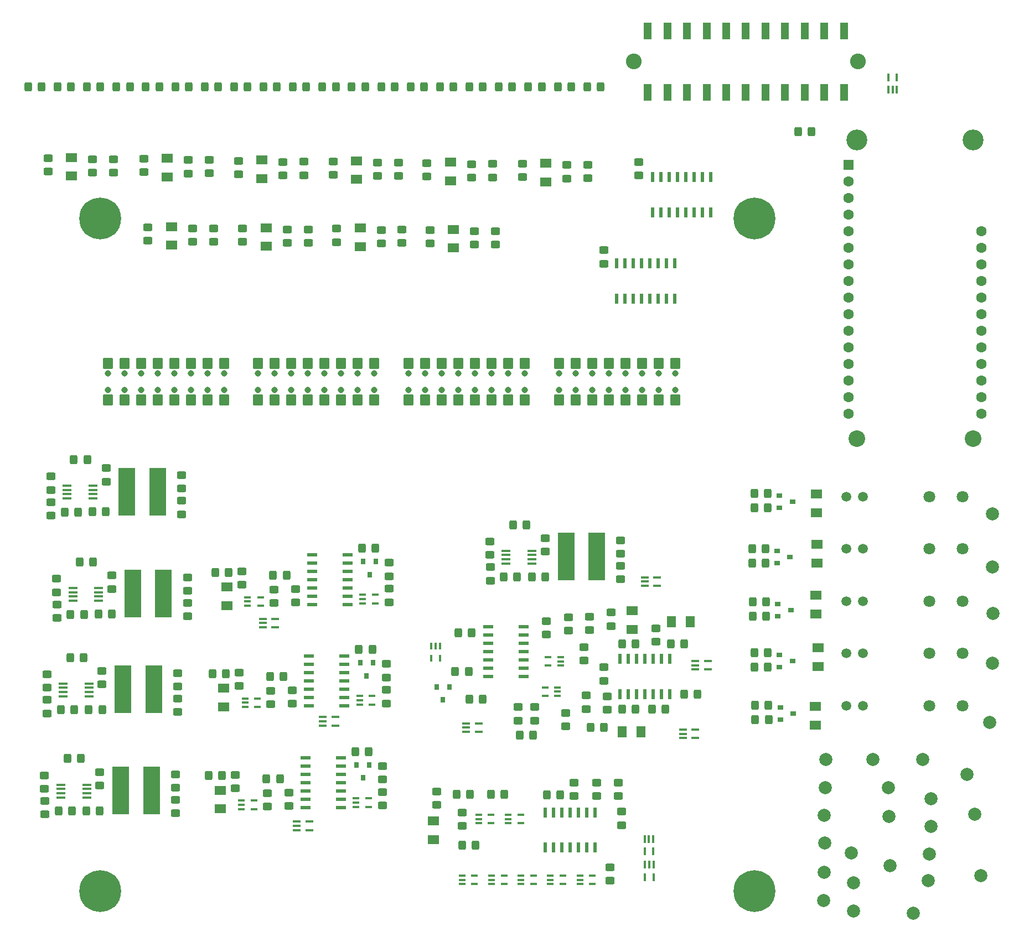
<source format=gts>
G04 #@! TF.GenerationSoftware,KiCad,Pcbnew,8.0.2*
G04 #@! TF.CreationDate,2024-05-16T19:31:03+09:30*
G04 #@! TF.ProjectId,shutdownPCB,73687574-646f-4776-9e50-43422e6b6963,rev?*
G04 #@! TF.SameCoordinates,Original*
G04 #@! TF.FileFunction,Soldermask,Top*
G04 #@! TF.FilePolarity,Negative*
%FSLAX46Y46*%
G04 Gerber Fmt 4.6, Leading zero omitted, Abs format (unit mm)*
G04 Created by KiCad (PCBNEW 8.0.2) date 2024-05-16 19:31:03*
%MOMM*%
%LPD*%
G01*
G04 APERTURE LIST*
G04 Aperture macros list*
%AMRoundRect*
0 Rectangle with rounded corners*
0 $1 Rounding radius*
0 $2 $3 $4 $5 $6 $7 $8 $9 X,Y pos of 4 corners*
0 Add a 4 corners polygon primitive as box body*
4,1,4,$2,$3,$4,$5,$6,$7,$8,$9,$2,$3,0*
0 Add four circle primitives for the rounded corners*
1,1,$1+$1,$2,$3*
1,1,$1+$1,$4,$5*
1,1,$1+$1,$6,$7*
1,1,$1+$1,$8,$9*
0 Add four rect primitives between the rounded corners*
20,1,$1+$1,$2,$3,$4,$5,0*
20,1,$1+$1,$4,$5,$6,$7,0*
20,1,$1+$1,$6,$7,$8,$9,0*
20,1,$1+$1,$8,$9,$2,$3,0*%
G04 Aperture macros list end*
%ADD10RoundRect,0.250000X0.450000X-0.325000X0.450000X0.325000X-0.450000X0.325000X-0.450000X-0.325000X0*%
%ADD11R,2.600000X7.300000*%
%ADD12R,1.050000X0.400000*%
%ADD13R,1.340000X1.800000*%
%ADD14RoundRect,0.249550X0.450450X-0.325450X0.450450X0.325450X-0.450450X0.325450X-0.450450X-0.325450X0*%
%ADD15C,2.000000*%
%ADD16RoundRect,0.250000X-0.450000X0.325000X-0.450000X-0.325000X0.450000X-0.325000X0.450000X0.325000X0*%
%ADD17R,1.800000X1.340000*%
%ADD18R,1.550000X0.600000*%
%ADD19R,1.200000X0.400000*%
%ADD20C,1.500000*%
%ADD21C,1.800000*%
%ADD22RoundRect,0.250000X0.325000X0.450000X-0.325000X0.450000X-0.325000X-0.450000X0.325000X-0.450000X0*%
%ADD23RoundRect,0.250000X-0.325000X-0.450000X0.325000X-0.450000X0.325000X0.450000X-0.325000X0.450000X0*%
%ADD24R,0.900000X0.800000*%
%ADD25R,0.400000X1.200000*%
%ADD26RoundRect,0.249550X-0.450450X0.325450X-0.450450X-0.325450X0.450450X-0.325450X0.450450X0.325450X0*%
%ADD27RoundRect,0.249550X0.325450X0.450450X-0.325450X0.450450X-0.325450X-0.450450X0.325450X-0.450450X0*%
%ADD28C,0.800000*%
%ADD29C,6.400000*%
%ADD30RoundRect,0.249550X-0.325450X-0.450450X0.325450X-0.450450X0.325450X0.450450X-0.325450X0.450450X0*%
%ADD31R,1.000000X0.400000*%
%ADD32C,3.200000*%
%ADD33C,2.540000*%
%ADD34R,1.600000X1.600000*%
%ADD35C,1.600000*%
%ADD36R,0.800000X0.900000*%
%ADD37R,0.600000X1.550000*%
%ADD38R,1.350000X0.450000*%
%ADD39C,0.970000*%
%ADD40RoundRect,0.102000X-0.635000X-0.780000X0.635000X-0.780000X0.635000X0.780000X-0.635000X0.780000X0*%
%ADD41C,2.410000*%
%ADD42R,1.270000X2.540000*%
%ADD43R,0.400000X1.050000*%
G04 APERTURE END LIST*
D10*
X71859800Y-167445800D03*
X71859800Y-165395800D03*
D11*
X149796000Y-162001200D03*
X154496000Y-162001200D03*
D12*
X140941400Y-201526400D03*
X140941400Y-202176400D03*
X140941400Y-202826400D03*
X142841400Y-202826400D03*
X142841400Y-201526400D03*
D11*
X82042000Y-182321200D03*
X86742000Y-182321200D03*
D13*
X165905200Y-171999800D03*
X168765200Y-171999800D03*
D14*
X149707600Y-188010800D03*
D10*
X149707600Y-185960800D03*
D15*
X189230000Y-214630000D03*
D16*
X78817200Y-179518200D03*
X78817200Y-181568200D03*
D15*
X189280800Y-201625200D03*
D16*
X70068400Y-199413800D03*
X70068400Y-201463800D03*
D10*
X90399600Y-181873000D03*
X90399600Y-179823000D03*
D16*
X156486200Y-209584200D03*
X156486200Y-211634200D03*
X152857200Y-183268400D03*
X152857200Y-185318400D03*
X100330000Y-111758600D03*
X100330000Y-113808600D03*
D17*
X188112400Y-155252400D03*
X188112400Y-152392400D03*
D18*
X109923600Y-192836800D03*
X109923600Y-194106800D03*
X109923600Y-195376800D03*
X109923600Y-196646800D03*
X109923600Y-197916800D03*
X109923600Y-199186800D03*
X109923600Y-200456800D03*
X115323600Y-200456800D03*
X115323600Y-199186800D03*
X115323600Y-197916800D03*
X115323600Y-196646800D03*
X115323600Y-195376800D03*
X115323600Y-194106800D03*
X115323600Y-192836800D03*
D10*
X99196400Y-197476200D03*
X99196400Y-195426200D03*
D12*
X100126000Y-199357200D03*
X100126000Y-200007200D03*
X100126000Y-200657200D03*
X102026000Y-200657200D03*
X102026000Y-199357200D03*
D17*
X188214000Y-162981600D03*
X188214000Y-160121600D03*
D19*
X103393200Y-171511200D03*
X103393200Y-172161200D03*
X103393200Y-172811200D03*
X105293200Y-172811200D03*
X105293200Y-171511200D03*
D20*
X192684400Y-168806400D03*
X195224400Y-168806400D03*
D21*
X205384400Y-168806400D03*
X210464400Y-168806400D03*
D15*
X193751200Y-211937600D03*
D16*
X85191600Y-101101800D03*
X85191600Y-103151800D03*
X128524000Y-101753200D03*
X128524000Y-103803200D03*
D22*
X180760700Y-184744400D03*
X178710700Y-184744400D03*
D17*
X74168000Y-100907600D03*
X74168000Y-103767600D03*
D15*
X205587600Y-199034400D03*
D10*
X150999800Y-198629400D03*
X150999800Y-196579400D03*
D16*
X158153600Y-163423600D03*
X158153600Y-165473600D03*
D23*
X108008600Y-90116400D03*
X110058600Y-90116400D03*
D15*
X193446400Y-207365600D03*
D23*
X135008600Y-90116400D03*
X137058600Y-90116400D03*
D12*
X136441400Y-201526400D03*
X136441400Y-202176400D03*
X136441400Y-202826400D03*
X138341400Y-202826400D03*
X138341400Y-201526400D03*
D24*
X182422800Y-177038000D03*
X182422800Y-178938000D03*
X184422800Y-177988000D03*
D23*
X138281800Y-198366400D03*
X140331800Y-198366400D03*
D22*
X180289200Y-162966400D03*
X178239200Y-162966400D03*
D10*
X70384400Y-182076200D03*
X70384400Y-180026200D03*
D18*
X110482400Y-177190400D03*
X110482400Y-178460400D03*
X110482400Y-179730400D03*
X110482400Y-181000400D03*
X110482400Y-182270400D03*
X110482400Y-183540400D03*
X110482400Y-184810400D03*
X115882400Y-184810400D03*
X115882400Y-183540400D03*
X115882400Y-182270400D03*
X115882400Y-181000400D03*
X115882400Y-179730400D03*
X115882400Y-178460400D03*
X115882400Y-177190400D03*
D16*
X70435200Y-183937800D03*
X70435200Y-185987800D03*
D25*
X199095600Y-90561200D03*
X199745600Y-90561200D03*
X200395600Y-90561200D03*
X200395600Y-88661200D03*
X199095600Y-88661200D03*
D18*
X143314400Y-180331000D03*
X143314400Y-179061000D03*
X143314400Y-177791000D03*
X143314400Y-176521000D03*
X143314400Y-175251000D03*
X143314400Y-173981000D03*
X143314400Y-172711000D03*
X137914400Y-172711000D03*
X137914400Y-173981000D03*
X137914400Y-175251000D03*
X137914400Y-176521000D03*
X137914400Y-177791000D03*
X137914400Y-179061000D03*
X137914400Y-180331000D03*
D23*
X72142200Y-200946800D03*
X74192200Y-200946800D03*
D22*
X75605600Y-192920400D03*
X73555600Y-192920400D03*
D11*
X83517400Y-167690800D03*
X88217400Y-167690800D03*
D15*
X189382400Y-205841600D03*
D23*
X148508600Y-90116400D03*
X150558600Y-90116400D03*
D26*
X108391200Y-166970600D03*
D16*
X108391200Y-169020600D03*
D27*
X135108400Y-198417200D03*
D22*
X133058400Y-198417200D03*
D26*
X142443200Y-185037400D03*
D16*
X142443200Y-187087400D03*
D26*
X77368400Y-101211000D03*
D16*
X77368400Y-103261000D03*
X152501600Y-175851600D03*
X152501600Y-177901600D03*
D23*
X85508600Y-90116400D03*
X87558600Y-90116400D03*
D22*
X144729200Y-189331600D03*
X142679200Y-189331600D03*
D12*
X133895400Y-210822800D03*
X133895400Y-211472800D03*
X133895400Y-212122800D03*
X135795400Y-212122800D03*
X135795400Y-210822800D03*
X142895400Y-210822800D03*
X142895400Y-211472800D03*
X142895400Y-212122800D03*
X144795400Y-212122800D03*
X144795400Y-210822800D03*
D28*
X76166944Y-213237744D03*
X76869888Y-211540688D03*
X76869888Y-214934800D03*
X78566944Y-210837744D03*
D29*
X78566944Y-213237744D03*
D28*
X78566944Y-215637744D03*
X80264000Y-211540688D03*
X80264000Y-214934800D03*
X80966944Y-213237744D03*
D22*
X97732200Y-179890400D03*
X95682200Y-179890400D03*
D16*
X78450400Y-194994200D03*
X78450400Y-197044200D03*
D20*
X192684400Y-184806400D03*
X195224400Y-184806400D03*
D21*
X205384400Y-184806400D03*
X210464400Y-184806400D03*
D23*
X72008600Y-90116400D03*
X74058600Y-90116400D03*
D30*
X118558200Y-160731200D03*
D23*
X120608200Y-160731200D03*
D15*
X205587600Y-203301600D03*
D22*
X106012600Y-196037200D03*
X103962600Y-196037200D03*
D31*
X101092000Y-168216800D03*
X101092000Y-168866800D03*
X101092000Y-169516800D03*
X103092000Y-169516800D03*
X103092000Y-168216800D03*
D28*
X176166944Y-110237744D03*
X176869888Y-108540688D03*
X176869888Y-111934800D03*
X178566944Y-107837744D03*
D29*
X178566944Y-110237744D03*
D28*
X178566944Y-112637744D03*
X180264000Y-108540688D03*
X180264000Y-111934800D03*
X180966944Y-110237744D03*
D12*
X100684800Y-183710800D03*
X100684800Y-184360800D03*
X100684800Y-185010800D03*
X102584800Y-185010800D03*
X102584800Y-183710800D03*
D15*
X189433200Y-197358000D03*
X205384400Y-207518000D03*
D23*
X153008600Y-90116400D03*
X155058600Y-90116400D03*
X144008600Y-90116400D03*
X146058600Y-90116400D03*
D17*
X88798400Y-101001600D03*
X88798400Y-103861600D03*
D23*
X130508600Y-90116400D03*
X132558600Y-90116400D03*
D16*
X146571200Y-159198200D03*
X146571200Y-161248200D03*
D22*
X180769700Y-186928800D03*
X178719700Y-186928800D03*
X180646800Y-178902400D03*
X178596800Y-178902400D03*
D16*
X124155200Y-101660600D03*
X124155200Y-103710600D03*
D15*
X199186800Y-201777600D03*
D23*
X76409400Y-200896000D03*
X78459400Y-200896000D03*
X162906600Y-185309400D03*
X164956600Y-185309400D03*
X94508600Y-90116400D03*
X96558600Y-90116400D03*
D32*
X194259200Y-98196400D03*
D33*
X194259200Y-143916400D03*
D32*
X212039200Y-98196400D03*
D33*
X212039200Y-143916400D03*
D34*
X192989200Y-102006400D03*
D35*
X192989200Y-104546400D03*
X192989200Y-107086400D03*
X192989200Y-109626400D03*
X192989200Y-112166400D03*
X192989200Y-114706400D03*
X192989200Y-117246400D03*
X192989200Y-119786400D03*
X192989200Y-122326400D03*
X192989200Y-124866400D03*
X192989200Y-127406400D03*
X192989200Y-129946400D03*
X192989200Y-132486400D03*
X192989200Y-135026400D03*
X192989200Y-137566400D03*
X192989200Y-140106400D03*
X213309200Y-140106400D03*
X213309200Y-137566400D03*
X213309200Y-135026400D03*
X213309200Y-132486400D03*
X213309200Y-129946400D03*
X213309200Y-127406400D03*
X213309200Y-124866400D03*
X213309200Y-122326400D03*
X213309200Y-119786400D03*
X213309200Y-117246400D03*
X213309200Y-114706400D03*
X213309200Y-112166400D03*
D36*
X131912400Y-181921800D03*
X130012400Y-181921800D03*
X130962400Y-183921800D03*
D10*
X99755200Y-181829800D03*
X99755200Y-179779800D03*
D15*
X199390000Y-209346800D03*
D24*
X182447800Y-152669200D03*
X182447800Y-154569200D03*
X184447800Y-153619200D03*
D20*
X192684400Y-176806400D03*
X195224400Y-176806400D03*
D21*
X205384400Y-176806400D03*
X210464400Y-176806400D03*
D16*
X138988800Y-112165000D03*
X138988800Y-114215000D03*
D26*
X135788400Y-112215800D03*
D16*
X135788400Y-114265800D03*
D22*
X180637800Y-176718000D03*
X178587800Y-176718000D03*
D37*
X165658800Y-177674200D03*
X164388800Y-177674200D03*
X163118800Y-177674200D03*
X161848800Y-177674200D03*
X160578800Y-177674200D03*
X159308800Y-177674200D03*
X158038800Y-177674200D03*
X158038800Y-183074200D03*
X159308800Y-183074200D03*
X160578800Y-183074200D03*
X161848800Y-183074200D03*
X163118800Y-183074200D03*
X164388800Y-183074200D03*
X165658800Y-183074200D03*
D17*
X146710400Y-101763600D03*
X146710400Y-104623600D03*
D16*
X85852000Y-111589600D03*
X85852000Y-113639600D03*
X122732800Y-162948400D03*
X122732800Y-164998400D03*
D17*
X129460600Y-202473600D03*
X129460600Y-205333600D03*
X132588000Y-111912400D03*
X132588000Y-114772400D03*
D16*
X70561200Y-101007800D03*
X70561200Y-103057800D03*
D20*
X192684400Y-160806400D03*
X195224400Y-160806400D03*
D21*
X205384400Y-160806400D03*
X210464400Y-160806400D03*
D16*
X129968600Y-197951000D03*
X129968600Y-200001000D03*
D17*
X89458800Y-111489400D03*
X89458800Y-114349400D03*
D16*
X95859600Y-111742000D03*
X95859600Y-113792000D03*
D20*
X192684400Y-152806400D03*
X195224400Y-152806400D03*
D21*
X205384400Y-152806400D03*
X210464400Y-152806400D03*
D23*
X73984400Y-170840400D03*
X76034400Y-170840400D03*
D16*
X121716800Y-198060200D03*
X121716800Y-200110200D03*
D10*
X156667200Y-172618400D03*
X156667200Y-170568400D03*
D12*
X148488400Y-183307400D03*
X148488400Y-182657400D03*
X148488400Y-182007400D03*
X146588400Y-182007400D03*
X146588400Y-183307400D03*
D23*
X67508600Y-90116400D03*
X69558600Y-90116400D03*
D10*
X70967600Y-151790400D03*
X70967600Y-149740400D03*
D19*
X112572800Y-186558400D03*
X112572800Y-187208400D03*
X112572800Y-187858400D03*
X114472800Y-187858400D03*
X114472800Y-186558400D03*
D36*
X120685600Y-162744400D03*
X118785600Y-162744400D03*
X119735600Y-164744400D03*
D38*
X74349000Y-166807600D03*
X74349000Y-167457600D03*
X74349000Y-168107600D03*
X74349000Y-168757600D03*
X78299000Y-168757600D03*
X78299000Y-168107600D03*
X78299000Y-167457600D03*
X78299000Y-166807600D03*
D26*
X92659200Y-111792800D03*
D16*
X92659200Y-113842800D03*
D15*
X204368400Y-193090800D03*
D26*
X91998800Y-101305000D03*
D16*
X91998800Y-103355000D03*
D39*
X148676944Y-133967744D03*
X148676944Y-136507744D03*
X151216944Y-133967744D03*
X151216944Y-136507744D03*
X153756944Y-133967744D03*
X153756944Y-136507744D03*
X156296944Y-133967744D03*
X156296944Y-136507744D03*
X158836944Y-133967744D03*
X158836944Y-136507744D03*
X161376944Y-133967744D03*
X161376944Y-136507744D03*
X163916944Y-133967744D03*
X163916944Y-136507744D03*
X166456944Y-133967744D03*
X166456944Y-136507744D03*
D40*
X148676944Y-138017744D03*
X148676944Y-132457744D03*
X151216944Y-138017744D03*
X151216944Y-132457744D03*
X153756944Y-138017744D03*
X153756944Y-132457744D03*
X156296944Y-138017744D03*
X156296944Y-132457744D03*
X158836944Y-138017744D03*
X158836944Y-132457744D03*
X161376944Y-138017744D03*
X161376944Y-132457744D03*
X163916944Y-138017744D03*
X163916944Y-132457744D03*
X166456944Y-138017744D03*
X166456944Y-132457744D03*
D22*
X180280200Y-160782000D03*
X178230200Y-160782000D03*
D37*
X157556200Y-122537200D03*
X158826200Y-122537200D03*
X160096200Y-122537200D03*
X161366200Y-122537200D03*
X162636200Y-122537200D03*
X163906200Y-122537200D03*
X165176200Y-122537200D03*
X166446200Y-122537200D03*
X166446200Y-117137200D03*
X165176200Y-117137200D03*
X163906200Y-117137200D03*
X162636200Y-117137200D03*
X161366200Y-117137200D03*
X160096200Y-117137200D03*
X158826200Y-117137200D03*
X157556200Y-117137200D03*
D15*
X214985600Y-163626800D03*
D16*
X90399600Y-183743600D03*
X90399600Y-185793600D03*
X138138400Y-159706200D03*
X138138400Y-161756200D03*
X156057600Y-183370000D03*
X156057600Y-185420000D03*
D22*
X75972400Y-177444400D03*
X73922400Y-177444400D03*
X187359400Y-96977200D03*
X185309400Y-96977200D03*
D26*
X106476800Y-101618800D03*
D16*
X106476800Y-103668800D03*
X122275600Y-178442400D03*
X122275600Y-180492400D03*
D14*
X155575000Y-117161400D03*
D10*
X155575000Y-115111400D03*
D30*
X118101000Y-176225200D03*
D23*
X120151000Y-176225200D03*
D39*
X102676944Y-133967744D03*
X102676944Y-136507744D03*
X105216944Y-133967744D03*
X105216944Y-136507744D03*
X107756944Y-133967744D03*
X107756944Y-136507744D03*
X110296944Y-133967744D03*
X110296944Y-136507744D03*
X112836944Y-133967744D03*
X112836944Y-136507744D03*
X115376944Y-133967744D03*
X115376944Y-136507744D03*
X117916944Y-133967744D03*
X117916944Y-136507744D03*
X120456944Y-133967744D03*
X120456944Y-136507744D03*
D40*
X102676944Y-138017744D03*
X102676944Y-132457744D03*
X105216944Y-138017744D03*
X105216944Y-132457744D03*
X107756944Y-138017744D03*
X107756944Y-132457744D03*
X110296944Y-138017744D03*
X110296944Y-132457744D03*
X112836944Y-138017744D03*
X112836944Y-132457744D03*
X115376944Y-138017744D03*
X115376944Y-132457744D03*
X117916944Y-138017744D03*
X117916944Y-132457744D03*
X120456944Y-138017744D03*
X120456944Y-132457744D03*
D10*
X158153600Y-161553000D03*
X158153600Y-159503000D03*
D16*
X90032800Y-199219600D03*
X90032800Y-201269600D03*
D23*
X165802200Y-175352600D03*
X167852200Y-175352600D03*
D15*
X213207600Y-210820000D03*
D23*
X99008600Y-90116400D03*
X101058600Y-90116400D03*
D10*
X90982800Y-151587200D03*
X90982800Y-149537200D03*
X91875000Y-167242600D03*
X91875000Y-165192600D03*
D23*
X139508600Y-90116400D03*
X141558600Y-90116400D03*
D16*
X104632000Y-182557200D03*
X104632000Y-184607200D03*
D37*
X163017200Y-109286000D03*
X164287200Y-109286000D03*
X165557200Y-109286000D03*
X166827200Y-109286000D03*
X168097200Y-109286000D03*
X169367200Y-109286000D03*
X170637200Y-109286000D03*
X171907200Y-109286000D03*
X171907200Y-103886000D03*
X170637200Y-103886000D03*
X169367200Y-103886000D03*
X168097200Y-103886000D03*
X166827200Y-103886000D03*
X165557200Y-103886000D03*
X164287200Y-103886000D03*
X163017200Y-103886000D03*
D10*
X163525200Y-175006000D03*
X163525200Y-172956000D03*
D19*
X108610400Y-202560400D03*
X108610400Y-203210400D03*
X108610400Y-203860400D03*
X110510400Y-203860400D03*
X110510400Y-202560400D03*
D10*
X157756200Y-198629400D03*
X157756200Y-196579400D03*
D30*
X167834200Y-183074200D03*
D23*
X169884200Y-183074200D03*
X134966600Y-183836200D03*
X137016600Y-183836200D03*
D19*
X169585600Y-177973200D03*
X169585600Y-178623200D03*
X169585600Y-179273200D03*
X171485600Y-179273200D03*
X171485600Y-177973200D03*
D14*
X160883600Y-103656200D03*
D10*
X160883600Y-101606200D03*
D15*
X196697600Y-193090800D03*
D22*
X180662800Y-152349200D03*
X178612800Y-152349200D03*
D23*
X144530200Y-165100000D03*
X146580200Y-165100000D03*
D16*
X71910600Y-169307400D03*
X71910600Y-171357400D03*
D26*
X107137200Y-111961800D03*
D16*
X107137200Y-114011800D03*
D17*
X96859600Y-197764400D03*
X96859600Y-200624400D03*
D26*
X158264200Y-201049800D03*
D16*
X158264200Y-203099800D03*
D36*
X120228400Y-178238400D03*
X118328400Y-178238400D03*
X119278400Y-180238400D03*
D16*
X138189200Y-163617800D03*
X138189200Y-165667800D03*
D12*
X138395400Y-210822800D03*
X138395400Y-211472800D03*
X138395400Y-212122800D03*
X140295400Y-212122800D03*
X140295400Y-210822800D03*
D22*
X180671800Y-154533600D03*
X178621800Y-154533600D03*
D37*
X146580200Y-206552800D03*
X147850200Y-206552800D03*
X149120200Y-206552800D03*
X150390200Y-206552800D03*
X151660200Y-206552800D03*
X152930200Y-206552800D03*
X154200200Y-206552800D03*
X154200200Y-201152800D03*
X152930200Y-201152800D03*
X151660200Y-201152800D03*
X150390200Y-201152800D03*
X149120200Y-201152800D03*
X147850200Y-201152800D03*
X146580200Y-201152800D03*
D23*
X117008600Y-90116400D03*
X119058600Y-90116400D03*
D30*
X117542200Y-191871600D03*
D23*
X119592200Y-191871600D03*
D16*
X122275600Y-182413800D03*
X122275600Y-184463800D03*
D26*
X121513600Y-112012600D03*
D16*
X121513600Y-114062600D03*
D19*
X134533600Y-187513200D03*
X134533600Y-188163200D03*
X134533600Y-188813200D03*
X136433600Y-188813200D03*
X136433600Y-187513200D03*
D22*
X180383800Y-168945600D03*
X178333800Y-168945600D03*
D17*
X187960000Y-187772000D03*
X187960000Y-184912000D03*
D15*
X199085200Y-197408800D03*
D22*
X76555600Y-147158600D03*
X74505600Y-147158600D03*
D16*
X95199200Y-101254200D03*
X95199200Y-103304200D03*
D22*
X180392800Y-171130000D03*
X178342800Y-171130000D03*
D16*
X104073200Y-198203600D03*
X104073200Y-200253600D03*
D30*
X146825200Y-198468000D03*
D23*
X148875200Y-198468000D03*
X77359400Y-155134200D03*
X79409400Y-155134200D03*
D17*
X103276400Y-101315400D03*
X103276400Y-104175400D03*
D10*
X90032800Y-197349000D03*
X90032800Y-195299000D03*
D17*
X188366400Y-178816000D03*
X188366400Y-175956000D03*
D15*
X214630000Y-187401200D03*
D38*
X73456800Y-151152200D03*
X73456800Y-151802200D03*
X73456800Y-152452200D03*
X73456800Y-153102200D03*
X77406800Y-153102200D03*
X77406800Y-152452200D03*
X77406800Y-151802200D03*
X77406800Y-151152200D03*
D17*
X117754400Y-101408000D03*
X117754400Y-104268000D03*
D16*
X110337600Y-111911000D03*
X110337600Y-113961000D03*
D15*
X211124800Y-195376800D03*
D38*
X72873600Y-181438000D03*
X72873600Y-182088000D03*
X72873600Y-182738000D03*
X72873600Y-183388000D03*
X76823600Y-183388000D03*
X76823600Y-182738000D03*
X76823600Y-182088000D03*
X76823600Y-181438000D03*
D16*
X109677200Y-101568000D03*
X109677200Y-103618000D03*
D39*
X79676944Y-133967744D03*
X79676944Y-136507744D03*
X82216944Y-133967744D03*
X82216944Y-136507744D03*
X84756944Y-133967744D03*
X84756944Y-136507744D03*
X87296944Y-133967744D03*
X87296944Y-136507744D03*
X89836944Y-133967744D03*
X89836944Y-136507744D03*
X92376944Y-133967744D03*
X92376944Y-136507744D03*
X94916944Y-133967744D03*
X94916944Y-136507744D03*
X97456944Y-133967744D03*
X97456944Y-136507744D03*
D40*
X79676944Y-138017744D03*
X79676944Y-132457744D03*
X82216944Y-138017744D03*
X82216944Y-132457744D03*
X84756944Y-138017744D03*
X84756944Y-132457744D03*
X87296944Y-138017744D03*
X87296944Y-132457744D03*
X89836944Y-138017744D03*
X89836944Y-132457744D03*
X92376944Y-138017744D03*
X92376944Y-132457744D03*
X94916944Y-138017744D03*
X94916944Y-132457744D03*
X97456944Y-138017744D03*
X97456944Y-132457744D03*
D26*
X107375200Y-198111000D03*
D16*
X107375200Y-200161000D03*
D23*
X81008600Y-90116400D03*
X83058600Y-90116400D03*
D11*
X81675200Y-197797200D03*
X86375200Y-197797200D03*
D22*
X143726400Y-157124400D03*
X141676400Y-157124400D03*
D16*
X80292600Y-164887800D03*
X80292600Y-166937800D03*
D12*
X147395400Y-210822800D03*
X147395400Y-211472800D03*
X147395400Y-212122800D03*
X149295400Y-212122800D03*
X149295400Y-210822800D03*
D15*
X215036400Y-178358800D03*
D16*
X71018400Y-153652000D03*
X71018400Y-155702000D03*
D25*
X163108400Y-205247200D03*
X162458400Y-205247200D03*
X161808400Y-205247200D03*
X161808400Y-207147200D03*
X163108400Y-207147200D03*
D17*
X118313200Y-111709200D03*
X118313200Y-114569200D03*
X97875600Y-166624000D03*
X97875600Y-169484000D03*
D19*
X167670400Y-188488800D03*
X167670400Y-189138800D03*
X167670400Y-189788800D03*
X169570400Y-189788800D03*
X169570400Y-188488800D03*
D23*
X90008600Y-90116400D03*
X92058600Y-90116400D03*
D36*
X119669600Y-193884800D03*
X117769600Y-193884800D03*
X118719600Y-195884800D03*
D16*
X144983200Y-185037400D03*
X144983200Y-187087400D03*
D26*
X120954800Y-101711400D03*
D16*
X120954800Y-103761400D03*
D38*
X72506800Y-196914000D03*
X72506800Y-197564000D03*
X72506800Y-198214000D03*
X72506800Y-198864000D03*
X76456800Y-198864000D03*
X76456800Y-198214000D03*
X76456800Y-197564000D03*
X76456800Y-196914000D03*
D23*
X158334600Y-185309400D03*
X160384600Y-185309400D03*
D17*
X132130800Y-101653000D03*
X132130800Y-104513000D03*
D16*
X80568800Y-101160200D03*
X80568800Y-103210200D03*
D25*
X163159200Y-209158800D03*
X162509200Y-209158800D03*
X161859200Y-209158800D03*
X161859200Y-211058800D03*
X163159200Y-211058800D03*
D17*
X97418400Y-182118000D03*
X97418400Y-184978000D03*
D16*
X124714000Y-111961800D03*
X124714000Y-114011800D03*
D39*
X125676944Y-133967744D03*
X125676944Y-136507744D03*
X128216944Y-133967744D03*
X128216944Y-136507744D03*
X130756944Y-133967744D03*
X130756944Y-136507744D03*
X133296944Y-133967744D03*
X133296944Y-136507744D03*
X135836944Y-133967744D03*
X135836944Y-136507744D03*
X138376944Y-133967744D03*
X138376944Y-136507744D03*
X140916944Y-133967744D03*
X140916944Y-136507744D03*
X143456944Y-133967744D03*
X143456944Y-136507744D03*
D40*
X125676944Y-138017744D03*
X125676944Y-132457744D03*
X128216944Y-138017744D03*
X128216944Y-132457744D03*
X130756944Y-138017744D03*
X130756944Y-132457744D03*
X133296944Y-138017744D03*
X133296944Y-132457744D03*
X135836944Y-138017744D03*
X135836944Y-132457744D03*
X138376944Y-138017744D03*
X138376944Y-132457744D03*
X140916944Y-138017744D03*
X140916944Y-132457744D03*
X143456944Y-138017744D03*
X143456944Y-132457744D03*
D16*
X91875000Y-169113200D03*
X91875000Y-171163200D03*
D23*
X78251600Y-170789600D03*
X80301600Y-170789600D03*
D22*
X135921200Y-206189600D03*
X133871200Y-206189600D03*
D15*
X205181200Y-211582000D03*
D22*
X98189400Y-164396400D03*
X96139400Y-164396400D03*
D12*
X151895400Y-210822800D03*
X151895400Y-211472800D03*
X151895400Y-212122800D03*
X153795400Y-212122800D03*
X153795400Y-210822800D03*
D13*
X158386800Y-188814600D03*
X161246800Y-188814600D03*
D16*
X138531600Y-101905600D03*
X138531600Y-103955600D03*
D23*
X126008600Y-90116400D03*
X128058600Y-90116400D03*
D18*
X110939600Y-161696400D03*
X110939600Y-162966400D03*
X110939600Y-164236400D03*
X110939600Y-165506400D03*
X110939600Y-166776400D03*
X110939600Y-168046400D03*
X110939600Y-169316400D03*
X116339600Y-169316400D03*
X116339600Y-168046400D03*
X116339600Y-166776400D03*
X116339600Y-165506400D03*
X116339600Y-164236400D03*
X116339600Y-162966400D03*
X116339600Y-161696400D03*
D11*
X82625200Y-152035400D03*
X87325200Y-152035400D03*
D24*
X182545700Y-185064400D03*
X182545700Y-186964400D03*
X184545700Y-186014400D03*
D17*
X159918400Y-173125000D03*
X159918400Y-170265000D03*
D23*
X72509000Y-185470800D03*
X74559000Y-185470800D03*
D19*
X161813200Y-165161200D03*
X161813200Y-165811200D03*
X161813200Y-166461200D03*
X163713200Y-166461200D03*
X163713200Y-165161200D03*
D16*
X122732800Y-166919800D03*
X122732800Y-168969800D03*
D23*
X76508600Y-90116400D03*
X78558600Y-90116400D03*
D15*
X202895200Y-216560400D03*
D16*
X114147600Y-101508200D03*
X114147600Y-103558200D03*
X121716800Y-194088800D03*
X121716800Y-196138800D03*
D14*
X150164800Y-173329600D03*
D10*
X150164800Y-171279600D03*
D15*
X189280800Y-210362800D03*
X215036400Y-155498800D03*
D24*
X182065200Y-161102000D03*
X182065200Y-163002000D03*
X184065200Y-162052000D03*
D16*
X105089200Y-167063200D03*
X105089200Y-169113200D03*
D22*
X135340200Y-173676200D03*
X133290200Y-173676200D03*
D17*
X188010800Y-170789600D03*
X188010800Y-167929600D03*
D26*
X149910800Y-102067000D03*
D16*
X149910800Y-104117000D03*
D12*
X117668000Y-198994000D03*
X117668000Y-199644000D03*
X117668000Y-200294000D03*
X119568000Y-200294000D03*
X119568000Y-198994000D03*
D17*
X103936800Y-111658400D03*
X103936800Y-114518400D03*
D23*
X76776200Y-185420000D03*
X78826200Y-185420000D03*
D16*
X154454200Y-196630200D03*
X154454200Y-198680200D03*
X128981200Y-112012600D03*
X128981200Y-114062600D03*
D23*
X112508600Y-90116400D03*
X114558600Y-90116400D03*
D22*
X97173400Y-195536800D03*
X95123400Y-195536800D03*
D10*
X155600400Y-181000400D03*
X155600400Y-178950400D03*
D16*
X79451200Y-148470400D03*
X79451200Y-150520400D03*
X153111200Y-102016200D03*
X153111200Y-104066200D03*
D14*
X133880200Y-203201400D03*
D10*
X133880200Y-201151400D03*
D24*
X182168800Y-169265600D03*
X182168800Y-171165600D03*
X184168800Y-170215600D03*
D22*
X106571400Y-180390800D03*
X104521400Y-180390800D03*
D15*
X193751200Y-216255600D03*
D28*
X176166944Y-213237744D03*
X176869888Y-211540688D03*
X176869888Y-214934800D03*
X178566944Y-210837744D03*
D29*
X178566944Y-213237744D03*
D28*
X178566944Y-215637744D03*
X180264000Y-211540688D03*
X180264000Y-214934800D03*
X180966944Y-213237744D03*
D26*
X107934000Y-182464600D03*
D16*
X107934000Y-184514600D03*
D12*
X148930400Y-178695000D03*
X148930400Y-178045000D03*
X148930400Y-177395000D03*
X147030400Y-177395000D03*
X147030400Y-178695000D03*
D15*
X215087200Y-170738800D03*
D23*
X73092200Y-155185000D03*
X75142200Y-155185000D03*
D38*
X140627600Y-161118000D03*
X140627600Y-161768000D03*
X140627600Y-162418000D03*
X140627600Y-163068000D03*
X144577600Y-163068000D03*
X144577600Y-162418000D03*
X144577600Y-161768000D03*
X144577600Y-161118000D03*
D22*
X160384600Y-175352600D03*
X158334600Y-175352600D03*
D10*
X70017600Y-197552200D03*
X70017600Y-195502200D03*
D15*
X212293200Y-201472800D03*
D16*
X143103600Y-101863800D03*
X143103600Y-103913800D03*
D22*
X155609400Y-188154200D03*
X153559400Y-188154200D03*
D23*
X140263000Y-165150800D03*
X142313000Y-165150800D03*
D22*
X77447800Y-162814000D03*
X75397800Y-162814000D03*
D28*
X76166944Y-110237744D03*
X76869888Y-108540688D03*
X76869888Y-111934800D03*
X78566944Y-107837744D03*
D29*
X78566944Y-110237744D03*
D28*
X78566944Y-112637744D03*
X80264000Y-108540688D03*
X80264000Y-111934800D03*
X80966944Y-110237744D03*
D26*
X135331200Y-101956400D03*
D16*
X135331200Y-104006400D03*
D41*
X160133600Y-86234000D03*
X194433600Y-86234000D03*
D42*
X192283600Y-90934000D03*
X189283600Y-90934000D03*
X186283600Y-90934000D03*
X183283600Y-90934000D03*
X180283600Y-90934000D03*
X177283600Y-90934000D03*
X174283600Y-90934000D03*
X171283600Y-90934000D03*
X168283600Y-90934000D03*
X165283600Y-90934000D03*
X162283600Y-90934000D03*
X192283600Y-81534000D03*
X189283600Y-81534000D03*
X186283600Y-81534000D03*
X183283600Y-81534000D03*
X180283600Y-81534000D03*
X177283600Y-81534000D03*
X174283600Y-81534000D03*
X171283600Y-81534000D03*
X168283600Y-81534000D03*
X165283600Y-81534000D03*
X162283600Y-81534000D03*
D14*
X146812000Y-173939200D03*
D10*
X146812000Y-171889200D03*
X153416000Y-173278800D03*
X153416000Y-171228800D03*
D23*
X103508600Y-90116400D03*
X105558600Y-90116400D03*
D15*
X189534800Y-193040000D03*
D43*
X130494800Y-175672600D03*
X129844800Y-175672600D03*
X129194800Y-175672600D03*
X129194800Y-177572600D03*
X130494800Y-177572600D03*
D22*
X107028600Y-164896800D03*
X104978600Y-164896800D03*
D12*
X118684000Y-167853600D03*
X118684000Y-168503600D03*
X118684000Y-169153600D03*
X120584000Y-169153600D03*
X120584000Y-167853600D03*
D16*
X100212400Y-164285800D03*
X100212400Y-166335800D03*
X114706400Y-111809400D03*
X114706400Y-113859400D03*
D23*
X121508600Y-90116400D03*
X123558600Y-90116400D03*
D27*
X134883000Y-179569000D03*
D22*
X132833000Y-179569000D03*
D12*
X118226800Y-183347600D03*
X118226800Y-183997600D03*
X118226800Y-184647600D03*
X120126800Y-184647600D03*
X120126800Y-183347600D03*
D16*
X90982800Y-153457800D03*
X90982800Y-155507800D03*
X99669600Y-101415600D03*
X99669600Y-103465600D03*
M02*

</source>
